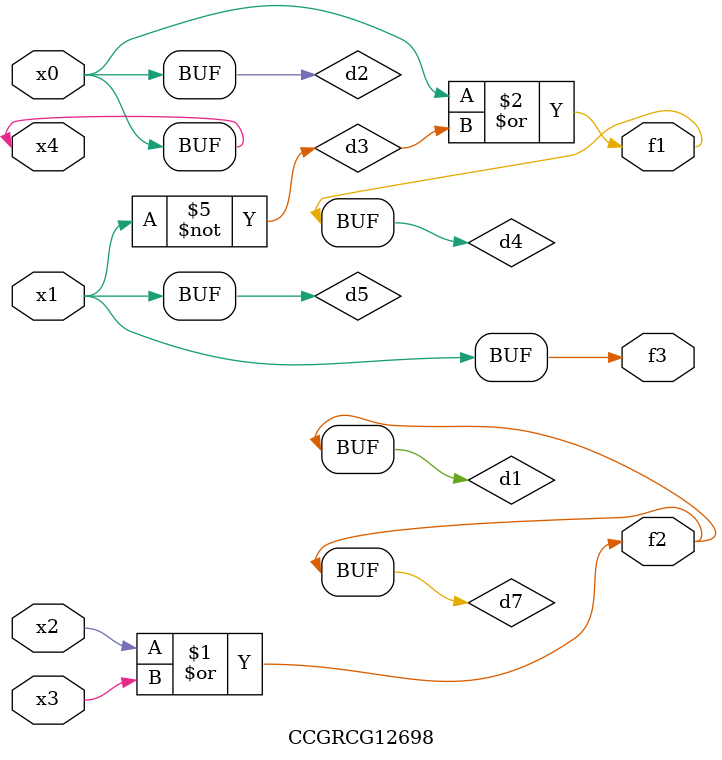
<source format=v>
module CCGRCG12698(
	input x0, x1, x2, x3, x4,
	output f1, f2, f3
);

	wire d1, d2, d3, d4, d5, d6, d7;

	or (d1, x2, x3);
	buf (d2, x0, x4);
	not (d3, x1);
	or (d4, d2, d3);
	not (d5, d3);
	nand (d6, d1, d3);
	or (d7, d1);
	assign f1 = d4;
	assign f2 = d7;
	assign f3 = d5;
endmodule

</source>
